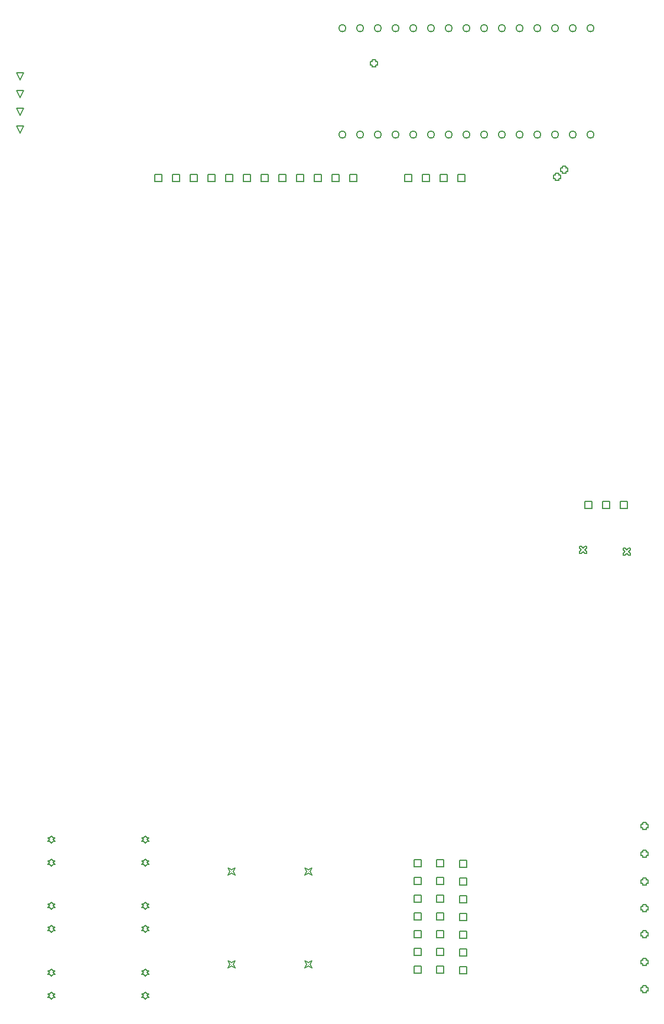
<source format=gbr>
G04*
G04 #@! TF.GenerationSoftware,Altium Limited,Altium Designer,24.1.2 (44)*
G04*
G04 Layer_Color=2752767*
%FSLAX25Y25*%
%MOIN*%
G70*
G04*
G04 #@! TF.SameCoordinates,A85318EA-E4D8-42E9-B0A6-CF3BD3DAF5E5*
G04*
G04*
G04 #@! TF.FilePolarity,Positive*
G04*
G01*
G75*
%ADD58C,0.00500*%
%ADD59C,0.00667*%
D58*
X1070008Y628905D02*
Y632905D01*
X1074008D01*
Y628905D01*
X1070008D01*
X1060008D02*
Y632905D01*
X1064008D01*
Y628905D01*
X1060008D01*
X1050008D02*
Y632905D01*
X1054008D01*
Y628905D01*
X1050008D01*
X749165Y440078D02*
X750165Y441078D01*
X751165D01*
X750165Y442078D01*
X751165Y443078D01*
X750165D01*
X749165Y444078D01*
X748165Y443078D01*
X747165D01*
X748165Y442078D01*
X747165Y441078D01*
X748165D01*
X749165Y440078D01*
Y427078D02*
X750165Y428078D01*
X751165D01*
X750165Y429078D01*
X751165Y430078D01*
X750165D01*
X749165Y431078D01*
X748165Y430078D01*
X747165D01*
X748165Y429078D01*
X747165Y428078D01*
X748165D01*
X749165Y427078D01*
X802165Y440078D02*
X803165Y441078D01*
X804165D01*
X803165Y442078D01*
X804165Y443078D01*
X803165D01*
X802165Y444078D01*
X801165Y443078D01*
X800165D01*
X801165Y442078D01*
X800165Y441078D01*
X801165D01*
X802165Y440078D01*
Y427078D02*
X803165Y428078D01*
X804165D01*
X803165Y429078D01*
X804165Y430078D01*
X803165D01*
X802165Y431078D01*
X801165Y430078D01*
X800165D01*
X801165Y429078D01*
X800165Y428078D01*
X801165D01*
X802165Y427078D01*
X749165Y402732D02*
X750165Y403732D01*
X751165D01*
X750165Y404732D01*
X751165Y405732D01*
X750165D01*
X749165Y406732D01*
X748165Y405732D01*
X747165D01*
X748165Y404732D01*
X747165Y403732D01*
X748165D01*
X749165Y402732D01*
Y389732D02*
X750165Y390732D01*
X751165D01*
X750165Y391732D01*
X751165Y392732D01*
X750165D01*
X749165Y393732D01*
X748165Y392732D01*
X747165D01*
X748165Y391732D01*
X747165Y390732D01*
X748165D01*
X749165Y389732D01*
X802165Y402732D02*
X803165Y403732D01*
X804165D01*
X803165Y404732D01*
X804165Y405732D01*
X803165D01*
X802165Y406732D01*
X801165Y405732D01*
X800165D01*
X801165Y404732D01*
X800165Y403732D01*
X801165D01*
X802165Y402732D01*
Y389732D02*
X803165Y390732D01*
X804165D01*
X803165Y391732D01*
X804165Y392732D01*
X803165D01*
X802165Y393732D01*
X801165Y392732D01*
X800165D01*
X801165Y391732D01*
X800165Y390732D01*
X801165D01*
X802165Y389732D01*
X848835Y369709D02*
X849835Y371709D01*
X848835Y373709D01*
X850835Y372709D01*
X852835Y373709D01*
X851835Y371709D01*
X852835Y369709D01*
X850835Y370709D01*
X848835Y369709D01*
X892142D02*
X893142Y371709D01*
X892142Y373709D01*
X894142Y372709D01*
X896142Y373709D01*
X895142Y371709D01*
X896142Y369709D01*
X894142Y370709D01*
X892142Y369709D01*
X848886Y421972D02*
X849886Y423972D01*
X848886Y425972D01*
X850886Y424972D01*
X852886Y425972D01*
X851886Y423972D01*
X852886Y421972D01*
X850886Y422972D01*
X848886Y421972D01*
X892193D02*
X893193Y423972D01*
X892193Y425972D01*
X894193Y424972D01*
X896193Y425972D01*
X895193Y423972D01*
X896193Y421972D01*
X894193Y422972D01*
X892193Y421972D01*
X749165Y365126D02*
X750165Y366126D01*
X751165D01*
X750165Y367126D01*
X751165Y368126D01*
X750165D01*
X749165Y369126D01*
X748165Y368126D01*
X747165D01*
X748165Y367126D01*
X747165Y366126D01*
X748165D01*
X749165Y365126D01*
Y352126D02*
X750165Y353126D01*
X751165D01*
X750165Y354126D01*
X751165Y355126D01*
X750165D01*
X749165Y356126D01*
X748165Y355126D01*
X747165D01*
X748165Y354126D01*
X747165Y353126D01*
X748165D01*
X749165Y352126D01*
X802165Y365126D02*
X803165Y366126D01*
X804165D01*
X803165Y367126D01*
X804165Y368126D01*
X803165D01*
X802165Y369126D01*
X801165Y368126D01*
X800165D01*
X801165Y367126D01*
X800165Y366126D01*
X801165D01*
X802165Y365126D01*
Y352126D02*
X803165Y353126D01*
X804165D01*
X803165Y354126D01*
X804165Y355126D01*
X803165D01*
X802165Y356126D01*
X801165Y355126D01*
X800165D01*
X801165Y354126D01*
X800165Y353126D01*
X801165D01*
X802165Y352126D01*
X979299Y426622D02*
Y430622D01*
X983299D01*
Y426622D01*
X979299D01*
Y416622D02*
Y420622D01*
X983299D01*
Y416622D01*
X979299D01*
Y396622D02*
Y400622D01*
X983299D01*
Y396622D01*
X979299D01*
Y376622D02*
Y380622D01*
X983299D01*
Y376622D01*
X979299D01*
Y366622D02*
Y370622D01*
X983299D01*
Y366622D01*
X979299D01*
Y386622D02*
Y390622D01*
X983299D01*
Y386622D01*
X979299D01*
Y406622D02*
Y410622D01*
X983299D01*
Y406622D01*
X979299D01*
X966460Y426657D02*
Y430657D01*
X970460D01*
Y426657D01*
X966460D01*
Y416657D02*
Y420657D01*
X970460D01*
Y416657D01*
X966460D01*
Y396657D02*
Y400657D01*
X970460D01*
Y396657D01*
X966460D01*
Y376657D02*
Y380657D01*
X970460D01*
Y376657D01*
X966460D01*
Y366657D02*
Y370657D01*
X970460D01*
Y366657D01*
X966460D01*
Y386657D02*
Y390657D01*
X970460D01*
Y386657D01*
X966460D01*
Y406657D02*
Y410657D01*
X970460D01*
Y406657D01*
X966460D01*
X953664Y426657D02*
Y430657D01*
X957664D01*
Y426657D01*
X953664D01*
Y416657D02*
Y420657D01*
X957664D01*
Y416657D01*
X953664D01*
Y396657D02*
Y400657D01*
X957664D01*
Y396657D01*
X953664D01*
Y376657D02*
Y380657D01*
X957664D01*
Y376657D01*
X953664D01*
Y366657D02*
Y370657D01*
X957664D01*
Y366657D01*
X953664D01*
Y386657D02*
Y390657D01*
X957664D01*
Y386657D01*
X953664D01*
Y406657D02*
Y410657D01*
X957664D01*
Y406657D01*
X953664D01*
X731299Y870520D02*
X729299Y874520D01*
X733299D01*
X731299Y870520D01*
Y860520D02*
X729299Y864520D01*
X733299D01*
X731299Y860520D01*
Y850520D02*
X729299Y854520D01*
X733299D01*
X731299Y850520D01*
Y840520D02*
X729299Y844520D01*
X733299D01*
X731299Y840520D01*
X807567Y812961D02*
Y816961D01*
X811567D01*
Y812961D01*
X807567D01*
X817567D02*
Y816961D01*
X821567D01*
Y812961D01*
X817567D01*
X827567D02*
Y816961D01*
X831567D01*
Y812961D01*
X827567D01*
X847567D02*
Y816961D01*
X851567D01*
Y812961D01*
X847567D01*
X857567D02*
Y816961D01*
X861567D01*
Y812961D01*
X857567D01*
X877567D02*
Y816961D01*
X881567D01*
Y812961D01*
X877567D01*
X897567D02*
Y816961D01*
X901567D01*
Y812961D01*
X897567D01*
X917567D02*
Y816961D01*
X921567D01*
Y812961D01*
X917567D01*
X907567D02*
Y816961D01*
X911567D01*
Y812961D01*
X907567D01*
X887567D02*
Y816961D01*
X891567D01*
Y812961D01*
X887567D01*
X867567D02*
Y816961D01*
X871567D01*
Y812961D01*
X867567D01*
X837567D02*
Y816961D01*
X841567D01*
Y812961D01*
X837567D01*
X968433D02*
Y816961D01*
X972433D01*
Y812961D01*
X968433D01*
X978433D02*
Y816961D01*
X982433D01*
Y812961D01*
X978433D01*
X958433D02*
Y816961D01*
X962433D01*
Y812961D01*
X958433D01*
X948433D02*
Y816961D01*
X952433D01*
Y812961D01*
X948433D01*
X1071819Y602331D02*
X1072819D01*
X1073819Y603331D01*
X1074819Y602331D01*
X1075819D01*
Y603331D01*
X1074819Y604331D01*
X1075819Y605331D01*
Y606331D01*
X1074819D01*
X1073819Y605331D01*
X1072819Y606331D01*
X1071819D01*
Y605331D01*
X1072819Y604331D01*
X1071819Y603331D01*
Y602331D01*
X1047213Y603315D02*
X1048213D01*
X1049213Y604315D01*
X1050213Y603315D01*
X1051213D01*
Y604315D01*
X1050213Y605315D01*
X1051213Y606315D01*
Y607315D01*
X1050213D01*
X1049213Y606315D01*
X1048213Y607315D01*
X1047213D01*
Y606315D01*
X1048213Y605315D01*
X1047213Y604315D01*
Y603315D01*
X1033449Y814945D02*
Y813945D01*
X1035449D01*
Y814945D01*
X1036449D01*
Y816945D01*
X1035449D01*
Y817945D01*
X1033449D01*
Y816945D01*
X1032449D01*
Y814945D01*
X1033449D01*
X1037386Y818882D02*
Y817882D01*
X1039386D01*
Y818882D01*
X1040386D01*
Y820882D01*
X1039386D01*
Y821882D01*
X1037386D01*
Y820882D01*
X1036386D01*
Y818882D01*
X1037386D01*
X930102Y878921D02*
Y877921D01*
X932102D01*
Y878921D01*
X933102D01*
Y880921D01*
X932102D01*
Y881921D01*
X930102D01*
Y880921D01*
X929102D01*
Y878921D01*
X930102D01*
X1082744Y356806D02*
Y355806D01*
X1084744D01*
Y356806D01*
X1085744D01*
Y358806D01*
X1084744D01*
Y359806D01*
X1082744D01*
Y358806D01*
X1081744D01*
Y356806D01*
X1082744D01*
X1082661Y372031D02*
Y371031D01*
X1084661D01*
Y372031D01*
X1085661D01*
Y374031D01*
X1084661D01*
Y375031D01*
X1082661D01*
Y374031D01*
X1081661D01*
Y372031D01*
X1082661D01*
Y387779D02*
Y386779D01*
X1084661D01*
Y387779D01*
X1085661D01*
Y389779D01*
X1084661D01*
Y390779D01*
X1082661D01*
Y389779D01*
X1081661D01*
Y387779D01*
X1082661D01*
Y402543D02*
Y401543D01*
X1084661D01*
Y402543D01*
X1085661D01*
Y404543D01*
X1084661D01*
Y405543D01*
X1082661D01*
Y404543D01*
X1081661D01*
Y402543D01*
X1082661D01*
Y417307D02*
Y416307D01*
X1084661D01*
Y417307D01*
X1085661D01*
Y419307D01*
X1084661D01*
Y420307D01*
X1082661D01*
Y419307D01*
X1081661D01*
Y417307D01*
X1082661D01*
Y433055D02*
Y432055D01*
X1084661D01*
Y433055D01*
X1085661D01*
Y435055D01*
X1084661D01*
Y436055D01*
X1082661D01*
Y435055D01*
X1081661D01*
Y433055D01*
X1082661D01*
Y448803D02*
Y447803D01*
X1084661D01*
Y448803D01*
X1085661D01*
Y450803D01*
X1084661D01*
Y451803D01*
X1082661D01*
Y450803D01*
X1081661D01*
Y448803D01*
X1082661D01*
D59*
X1055307Y839567D02*
G03*
X1055307Y839567I-2000J0D01*
G01*
X1045307D02*
G03*
X1045307Y839567I-2000J0D01*
G01*
X1025307D02*
G03*
X1025307Y839567I-2000J0D01*
G01*
X1015307D02*
G03*
X1015307Y839567I-2000J0D01*
G01*
X1035307D02*
G03*
X1035307Y839567I-2000J0D01*
G01*
X1005307D02*
G03*
X1005307Y839567I-2000J0D01*
G01*
X995307D02*
G03*
X995307Y839567I-2000J0D01*
G01*
X985307D02*
G03*
X985307Y839567I-2000J0D01*
G01*
X975307D02*
G03*
X975307Y839567I-2000J0D01*
G01*
X965307D02*
G03*
X965307Y839567I-2000J0D01*
G01*
X955307D02*
G03*
X955307Y839567I-2000J0D01*
G01*
X945307D02*
G03*
X945307Y839567I-2000J0D01*
G01*
X935307D02*
G03*
X935307Y839567I-2000J0D01*
G01*
X925307D02*
G03*
X925307Y839567I-2000J0D01*
G01*
X1055307Y899567D02*
G03*
X1055307Y899567I-2000J0D01*
G01*
X1045307D02*
G03*
X1045307Y899567I-2000J0D01*
G01*
X915307Y839567D02*
G03*
X915307Y839567I-2000J0D01*
G01*
Y899567D02*
G03*
X915307Y899567I-2000J0D01*
G01*
X925307D02*
G03*
X925307Y899567I-2000J0D01*
G01*
X935307D02*
G03*
X935307Y899567I-2000J0D01*
G01*
X945307D02*
G03*
X945307Y899567I-2000J0D01*
G01*
X955307D02*
G03*
X955307Y899567I-2000J0D01*
G01*
X965307D02*
G03*
X965307Y899567I-2000J0D01*
G01*
X975307D02*
G03*
X975307Y899567I-2000J0D01*
G01*
X985307D02*
G03*
X985307Y899567I-2000J0D01*
G01*
X995307D02*
G03*
X995307Y899567I-2000J0D01*
G01*
X1005307D02*
G03*
X1005307Y899567I-2000J0D01*
G01*
X1015307D02*
G03*
X1015307Y899567I-2000J0D01*
G01*
X1025307D02*
G03*
X1025307Y899567I-2000J0D01*
G01*
X1035307D02*
G03*
X1035307Y899567I-2000J0D01*
G01*
M02*

</source>
